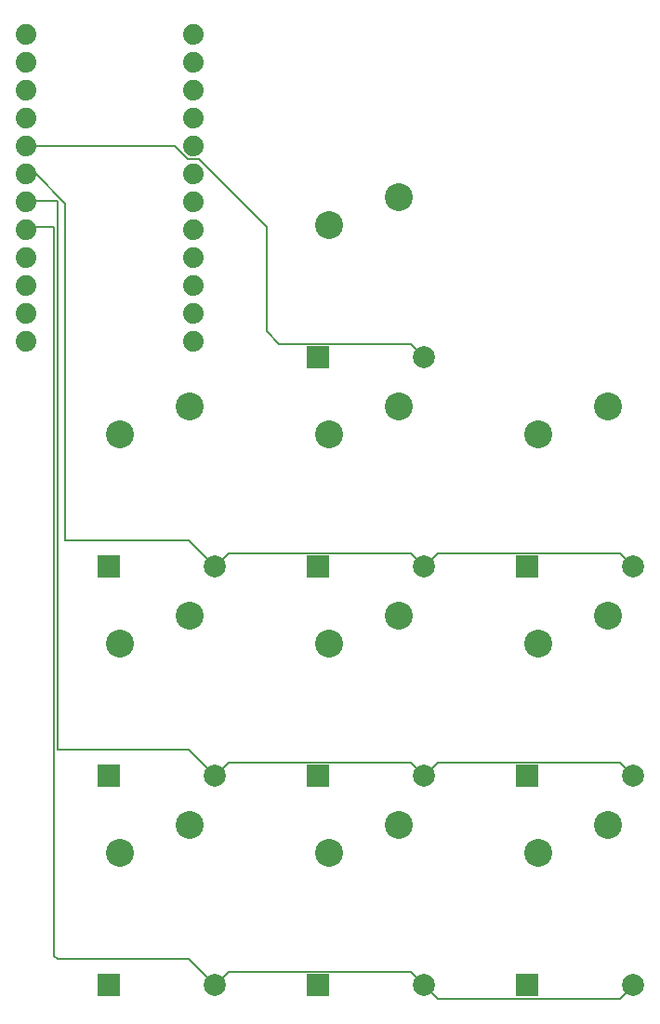
<source format=gbr>
G04 EAGLE Gerber RS-274X export*
G75*
%MOMM*%
%FSLAX34Y34*%
%LPD*%
%INBottom Copper*%
%IPPOS*%
%AMOC8*
5,1,8,0,0,1.08239X$1,22.5*%
G01*
%ADD10C,2.540000*%
%ADD11R,2.000000X2.000000*%
%ADD12C,2.000000*%
%ADD13C,1.879600*%
%ADD14C,0.152400*%


D10*
X-38100Y596900D03*
X25400Y622300D03*
X152400Y596900D03*
X215900Y622300D03*
X342900Y596900D03*
X406400Y622300D03*
X342900Y406400D03*
X406400Y431800D03*
X152400Y406400D03*
X215900Y431800D03*
X-38100Y406400D03*
X25400Y431800D03*
X-38100Y215900D03*
X25400Y241300D03*
X152400Y215900D03*
X215900Y241300D03*
X342900Y215900D03*
X406400Y241300D03*
X152400Y787400D03*
X215900Y812800D03*
D11*
X-48200Y476250D03*
D12*
X48200Y476250D03*
D11*
X142300Y476250D03*
D12*
X238700Y476250D03*
D11*
X332800Y476250D03*
D12*
X429200Y476250D03*
D11*
X332800Y285750D03*
D12*
X429200Y285750D03*
D11*
X142300Y285750D03*
D12*
X238700Y285750D03*
D11*
X-48200Y285750D03*
D12*
X48200Y285750D03*
D11*
X-48200Y95250D03*
D12*
X48200Y95250D03*
D11*
X142300Y95250D03*
D12*
X238700Y95250D03*
D11*
X332800Y95250D03*
D12*
X429200Y95250D03*
D11*
X142300Y666750D03*
D12*
X238700Y666750D03*
D13*
X-123825Y960438D03*
X-123825Y935038D03*
X-123825Y909638D03*
X-123825Y884238D03*
X-123825Y858838D03*
X-123825Y833438D03*
X-123825Y808038D03*
X-123825Y782638D03*
X-123825Y757238D03*
X-123825Y731838D03*
X-123825Y706438D03*
X-123825Y681038D03*
X28575Y681038D03*
X28575Y706438D03*
X28575Y731838D03*
X28575Y757238D03*
X28575Y782638D03*
X28575Y808038D03*
X28575Y833438D03*
X28575Y858838D03*
X28575Y884238D03*
X28575Y909638D03*
X28575Y935038D03*
X28575Y960438D03*
D14*
X226414Y488536D02*
X238700Y476250D01*
X226414Y488536D02*
X60486Y488536D01*
X48200Y476250D01*
X416914Y488536D02*
X429200Y476250D01*
X416914Y488536D02*
X250986Y488536D01*
X238700Y476250D01*
X48200Y476250D02*
X24388Y500063D01*
X-88329Y500063D01*
X-114752Y833438D02*
X-123825Y833438D01*
X-114752Y833438D02*
X-88329Y807014D01*
X-88329Y500063D01*
X226414Y298036D02*
X238700Y285750D01*
X226414Y298036D02*
X60486Y298036D01*
X48200Y285750D01*
X416914Y298036D02*
X429200Y285750D01*
X416914Y298036D02*
X250986Y298036D01*
X238700Y285750D01*
X-123825Y808038D02*
X-122238Y809625D01*
X-95250Y809625D01*
X-95250Y309563D01*
X24388Y309563D02*
X48200Y285750D01*
X24388Y309563D02*
X-95250Y309563D01*
X226414Y107536D02*
X238700Y95250D01*
X226414Y107536D02*
X60486Y107536D01*
X48200Y95250D01*
X-123825Y782638D02*
X-120650Y785813D01*
X-98298Y785813D01*
X-98298Y122111D01*
X-95250Y119063D01*
X24388Y119063D02*
X48200Y95250D01*
X24388Y119063D02*
X-95250Y119063D01*
X416914Y82964D02*
X429200Y95250D01*
X250986Y82964D02*
X238700Y95250D01*
X250986Y82964D02*
X416914Y82964D01*
X12051Y858838D02*
X-123825Y858838D01*
X33909Y847154D02*
X95250Y785813D01*
X23735Y847154D02*
X12051Y858838D01*
X23735Y847154D02*
X33909Y847154D01*
X226414Y679036D02*
X238700Y666750D01*
X226414Y679036D02*
X106777Y679036D01*
X95250Y690563D01*
X95250Y785813D01*
M02*

</source>
